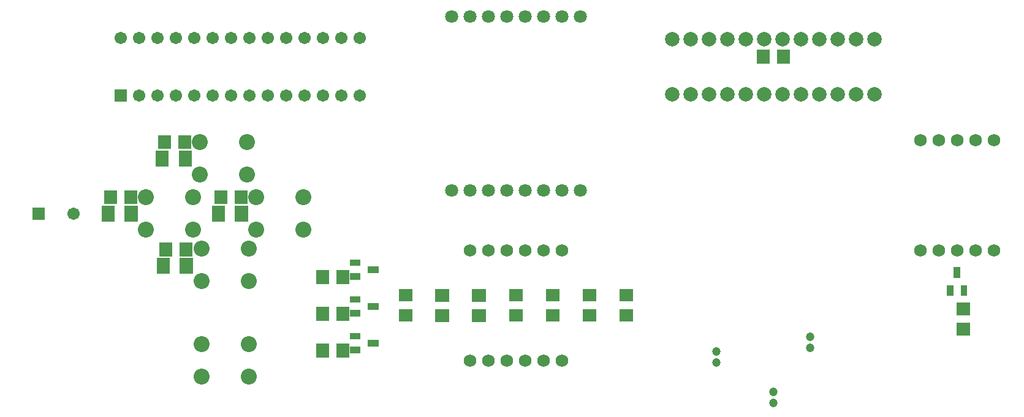
<source format=gbs>
G04 Layer: BottomSolderMaskLayer*
G04 EasyEDA v6.3.22, 2020-04-19T15:25:33+02:00*
G04 9585e20cbaa244c19a7501b8b38ea314,91c4fea8558b4139a52e513319813ad2,10*
G04 Gerber Generator version 0.2*
G04 Scale: 100 percent, Rotated: No, Reflected: No *
G04 Dimensions in millimeters *
G04 leading zeros omitted , absolute positions ,3 integer and 3 decimal *
%FSLAX33Y33*%
%MOMM*%
G90*
G71D02*

%ADD38C,1.727200*%
%ADD39C,1.203198*%
%ADD44C,1.703197*%
%ADD46C,1.803197*%
%ADD47R,1.905000X1.803400*%
%ADD48C,2.003196*%
%ADD49C,2.203196*%

%LPD*%
G54D47*
G01X55900Y16402D03*
G01X55900Y19196D03*
G36*
G01X60027Y18295D02*
G01X60027Y20098D01*
G01X61932Y20098D01*
G01X61932Y18295D01*
G01X60027Y18295D01*
G37*
G36*
G01X60027Y15501D02*
G01X60027Y17304D01*
G01X61932Y17304D01*
G01X61932Y15501D01*
G01X60027Y15501D01*
G37*
G36*
G01X65107Y18295D02*
G01X65107Y20098D01*
G01X67012Y20098D01*
G01X67012Y18295D01*
G01X65107Y18295D01*
G37*
G36*
G01X65107Y15501D02*
G01X65107Y17304D01*
G01X67012Y17304D01*
G01X67012Y15501D01*
G01X65107Y15501D01*
G37*
G01X71140Y16402D03*
G01X71140Y19196D03*
G01X76220Y16402D03*
G01X76220Y19196D03*
G01X81300Y16402D03*
G01X81300Y19196D03*
G01X86380Y16402D03*
G01X86380Y19196D03*
G36*
G01X131647Y21625D02*
G01X131647Y23078D01*
G01X132552Y23078D01*
G01X132552Y21625D01*
G01X131647Y21625D01*
G37*
G36*
G01X130697Y19125D02*
G01X130697Y20578D01*
G01X131602Y20578D01*
G01X131602Y19125D01*
G01X130697Y19125D01*
G37*
G36*
G01X132597Y19125D02*
G01X132597Y20578D01*
G01X133502Y20578D01*
G01X133502Y19125D01*
G01X132597Y19125D01*
G37*
G36*
G01X50708Y22300D02*
G01X50708Y23205D01*
G01X52161Y23205D01*
G01X52161Y22300D01*
G01X50708Y22300D01*
G37*
G36*
G01X48208Y23250D02*
G01X48208Y24155D01*
G01X49661Y24155D01*
G01X49661Y23250D01*
G01X48208Y23250D01*
G37*
G36*
G01X48208Y21350D02*
G01X48208Y22255D01*
G01X49661Y22255D01*
G01X49661Y21350D01*
G01X48208Y21350D01*
G37*
G36*
G01X50708Y17220D02*
G01X50708Y18125D01*
G01X52161Y18125D01*
G01X52161Y17220D01*
G01X50708Y17220D01*
G37*
G36*
G01X48208Y18170D02*
G01X48208Y19075D01*
G01X49661Y19075D01*
G01X49661Y18170D01*
G01X48208Y18170D01*
G37*
G36*
G01X48208Y16270D02*
G01X48208Y17175D01*
G01X49661Y17175D01*
G01X49661Y16270D01*
G01X48208Y16270D01*
G37*
G36*
G01X50708Y12140D02*
G01X50708Y13045D01*
G01X52161Y13045D01*
G01X52161Y12140D01*
G01X50708Y12140D01*
G37*
G36*
G01X48208Y13090D02*
G01X48208Y13995D01*
G01X49661Y13995D01*
G01X49661Y13090D01*
G01X48208Y13090D01*
G37*
G36*
G01X48208Y11190D02*
G01X48208Y12095D01*
G01X49661Y12095D01*
G01X49661Y11190D01*
G01X48208Y11190D01*
G37*
G36*
G01X46362Y20784D02*
G01X46362Y22689D01*
G01X48165Y22689D01*
G01X48165Y20784D01*
G01X46362Y20784D01*
G37*
G36*
G01X43568Y20784D02*
G01X43568Y22689D01*
G01X45371Y22689D01*
G01X45371Y20784D01*
G01X43568Y20784D01*
G37*
G36*
G01X46362Y15704D02*
G01X46362Y17609D01*
G01X48165Y17609D01*
G01X48165Y15704D01*
G01X46362Y15704D01*
G37*
G36*
G01X43568Y15704D02*
G01X43568Y17609D01*
G01X45371Y17609D01*
G01X45371Y15704D01*
G01X43568Y15704D01*
G37*
G36*
G01X46362Y10624D02*
G01X46362Y12529D01*
G01X48165Y12529D01*
G01X48165Y10624D01*
G01X46362Y10624D01*
G37*
G36*
G01X43568Y10624D02*
G01X43568Y12529D01*
G01X45371Y12529D01*
G01X45371Y10624D01*
G01X43568Y10624D01*
G37*
G36*
G01X132036Y16390D02*
G01X132036Y18193D01*
G01X133941Y18193D01*
G01X133941Y16390D01*
G01X132036Y16390D01*
G37*
G36*
G01X132036Y13596D02*
G01X132036Y15399D01*
G01X133941Y15399D01*
G01X133941Y13596D01*
G01X132036Y13596D01*
G37*
G36*
G01X21724Y39453D02*
G01X21724Y41358D01*
G01X23527Y41358D01*
G01X23527Y39453D01*
G01X21724Y39453D01*
G37*
G36*
G01X24518Y39453D02*
G01X24518Y41358D01*
G01X26321Y41358D01*
G01X26321Y39453D01*
G01X24518Y39453D01*
G37*
G36*
G01X14231Y31833D02*
G01X14231Y33738D01*
G01X16034Y33738D01*
G01X16034Y31833D01*
G01X14231Y31833D01*
G37*
G36*
G01X17025Y31833D02*
G01X17025Y33738D01*
G01X18828Y33738D01*
G01X18828Y31833D01*
G01X17025Y31833D01*
G37*
G36*
G01X21851Y24594D02*
G01X21851Y26499D01*
G01X23654Y26499D01*
G01X23654Y24594D01*
G01X21851Y24594D01*
G37*
G36*
G01X24645Y24594D02*
G01X24645Y26499D01*
G01X26448Y26499D01*
G01X26448Y24594D01*
G01X24645Y24594D01*
G37*
G36*
G01X29471Y31833D02*
G01X29471Y33738D01*
G01X31274Y33738D01*
G01X31274Y31833D01*
G01X29471Y31833D01*
G37*
G36*
G01X32265Y31833D02*
G01X32265Y33738D01*
G01X34068Y33738D01*
G01X34068Y31833D01*
G01X32265Y31833D01*
G37*
G36*
G01X107195Y51264D02*
G01X107195Y53169D01*
G01X108998Y53169D01*
G01X108998Y51264D01*
G01X107195Y51264D01*
G37*
G36*
G01X104401Y51264D02*
G01X104401Y53169D01*
G01X106204Y53169D01*
G01X106204Y51264D01*
G01X104401Y51264D01*
G37*
G36*
G01X29141Y29397D02*
G01X29141Y31602D01*
G01X30944Y31602D01*
G01X30944Y29397D01*
G01X29141Y29397D01*
G37*
G36*
G01X32341Y29397D02*
G01X32341Y31602D01*
G01X34144Y31602D01*
G01X34144Y29397D01*
G01X32341Y29397D01*
G37*
G36*
G01X21521Y22158D02*
G01X21521Y24363D01*
G01X23324Y24363D01*
G01X23324Y22158D01*
G01X21521Y22158D01*
G37*
G36*
G01X24721Y22158D02*
G01X24721Y24363D01*
G01X26524Y24363D01*
G01X26524Y22158D01*
G01X24721Y22158D01*
G37*
G36*
G01X13901Y29397D02*
G01X13901Y31602D01*
G01X15704Y31602D01*
G01X15704Y29397D01*
G01X13901Y29397D01*
G37*
G36*
G01X17101Y29397D02*
G01X17101Y31602D01*
G01X18904Y31602D01*
G01X18904Y29397D01*
G01X17101Y29397D01*
G37*
G36*
G01X21394Y37017D02*
G01X21394Y39222D01*
G01X23197Y39222D01*
G01X23197Y37017D01*
G01X21394Y37017D01*
G37*
G36*
G01X24594Y37017D02*
G01X24594Y39222D01*
G01X26397Y39222D01*
G01X26397Y37017D01*
G01X24594Y37017D01*
G37*
G54D38*
G01X64790Y10179D03*
G01X67330Y10179D03*
G01X69870Y10179D03*
G01X72410Y10179D03*
G01X74950Y10179D03*
G01X77490Y10179D03*
G01X77490Y25419D03*
G01X74950Y25419D03*
G01X72410Y25419D03*
G01X69870Y25419D03*
G01X67330Y25419D03*
G01X64790Y25419D03*
G01X127020Y25419D03*
G01X129560Y25419D03*
G01X132100Y25419D03*
G01X134640Y25419D03*
G01X137180Y25419D03*
G01X137180Y40659D03*
G01X134640Y40659D03*
G01X132100Y40659D03*
G01X129560Y40659D03*
G01X127020Y40659D03*
G54D39*
G01X98826Y9937D03*
G01X98826Y11438D03*
G01X106700Y4349D03*
G01X106700Y5850D03*
G01X111780Y11969D03*
G01X111780Y13470D03*
G36*
G01X15679Y45968D02*
G01X15679Y47670D01*
G01X17380Y47670D01*
G01X17380Y45968D01*
G01X15679Y45968D01*
G37*
G54D44*
G01X19070Y46820D03*
G01X21610Y46820D03*
G01X24150Y46820D03*
G01X26690Y46820D03*
G01X29230Y46820D03*
G01X31770Y46820D03*
G01X34310Y46820D03*
G01X36850Y46820D03*
G01X39390Y46820D03*
G01X41930Y46820D03*
G01X44470Y46820D03*
G01X47010Y46820D03*
G01X49550Y46820D03*
G01X16530Y54819D03*
G01X19070Y54819D03*
G01X21610Y54819D03*
G01X24150Y54819D03*
G01X26690Y54819D03*
G01X29230Y54819D03*
G01X31770Y54819D03*
G01X34310Y54819D03*
G01X36850Y54819D03*
G01X39390Y54819D03*
G01X41930Y54819D03*
G01X44470Y54819D03*
G01X47010Y54819D03*
G01X49550Y54819D03*
G54D46*
G01X62250Y33741D03*
G01X64790Y33741D03*
G01X67330Y33741D03*
G01X69870Y33741D03*
G01X72410Y33741D03*
G01X74950Y33741D03*
G01X77490Y33741D03*
G01X80030Y33741D03*
G01X80030Y57738D03*
G01X77490Y57738D03*
G01X74950Y57738D03*
G01X72410Y57738D03*
G01X69870Y57738D03*
G01X67330Y57738D03*
G01X64790Y57738D03*
G01X62250Y57738D03*
G54D48*
G01X92730Y47009D03*
G01X95270Y47009D03*
G01X107970Y47009D03*
G01X110510Y47009D03*
G01X97810Y47009D03*
G01X100350Y47009D03*
G01X105430Y47009D03*
G01X102890Y47009D03*
G01X113050Y47009D03*
G01X115590Y47009D03*
G01X118130Y47009D03*
G01X120670Y47009D03*
G01X120670Y54629D03*
G01X118130Y54629D03*
G01X115590Y54629D03*
G01X113050Y54629D03*
G01X110510Y54629D03*
G01X107970Y54629D03*
G01X105430Y54629D03*
G01X102890Y54629D03*
G01X100350Y54629D03*
G01X97810Y54629D03*
G01X95270Y54629D03*
G01X92730Y54629D03*
G54D49*
G01X27758Y12429D03*
G01X34257Y12429D03*
G01X34257Y7930D03*
G01X27758Y7930D03*
G01X27504Y40369D03*
G01X34003Y40369D03*
G01X34003Y35870D03*
G01X27504Y35870D03*
G01X20011Y32749D03*
G01X26510Y32749D03*
G01X26510Y28250D03*
G01X20011Y28250D03*
G01X27758Y25637D03*
G01X34257Y25637D03*
G01X34257Y21138D03*
G01X27758Y21138D03*
G01X35251Y32749D03*
G01X41750Y32749D03*
G01X41750Y28250D03*
G01X35251Y28250D03*
G36*
G01X4350Y29649D02*
G01X4350Y31350D01*
G01X6052Y31350D01*
G01X6052Y29649D01*
G01X4350Y29649D01*
G37*
G54D44*
G01X10078Y30499D03*
M00*
M02*

</source>
